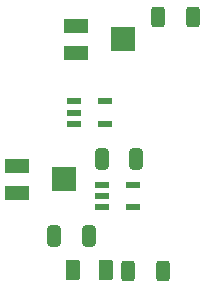
<source format=gbr>
%TF.GenerationSoftware,KiCad,Pcbnew,(6.0.8-1)-1*%
%TF.CreationDate,2023-07-28T17:56:29-05:00*%
%TF.ProjectId,FSR Adaptor,46535220-4164-4617-9074-6f722e6b6963,rev?*%
%TF.SameCoordinates,Original*%
%TF.FileFunction,Paste,Top*%
%TF.FilePolarity,Positive*%
%FSLAX46Y46*%
G04 Gerber Fmt 4.6, Leading zero omitted, Abs format (unit mm)*
G04 Created by KiCad (PCBNEW (6.0.8-1)-1) date 2023-07-28 17:56:29*
%MOMM*%
%LPD*%
G01*
G04 APERTURE LIST*
G04 Aperture macros list*
%AMRoundRect*
0 Rectangle with rounded corners*
0 $1 Rounding radius*
0 $2 $3 $4 $5 $6 $7 $8 $9 X,Y pos of 4 corners*
0 Add a 4 corners polygon primitive as box body*
4,1,4,$2,$3,$4,$5,$6,$7,$8,$9,$2,$3,0*
0 Add four circle primitives for the rounded corners*
1,1,$1+$1,$2,$3*
1,1,$1+$1,$4,$5*
1,1,$1+$1,$6,$7*
1,1,$1+$1,$8,$9*
0 Add four rect primitives between the rounded corners*
20,1,$1+$1,$2,$3,$4,$5,0*
20,1,$1+$1,$4,$5,$6,$7,0*
20,1,$1+$1,$6,$7,$8,$9,0*
20,1,$1+$1,$8,$9,$2,$3,0*%
G04 Aperture macros list end*
%ADD10R,2.000000X1.300000*%
%ADD11R,2.000000X2.000000*%
%ADD12RoundRect,0.250000X0.312500X0.625000X-0.312500X0.625000X-0.312500X-0.625000X0.312500X-0.625000X0*%
%ADD13RoundRect,0.250000X0.325000X0.650000X-0.325000X0.650000X-0.325000X-0.650000X0.325000X-0.650000X0*%
%ADD14R,1.200000X0.600000*%
%ADD15RoundRect,0.250000X-0.375000X-0.625000X0.375000X-0.625000X0.375000X0.625000X-0.375000X0.625000X0*%
%ADD16RoundRect,0.250000X-0.312500X-0.625000X0.312500X-0.625000X0.312500X0.625000X-0.312500X0.625000X0*%
G04 APERTURE END LIST*
D10*
%TO.C,RV1*%
X52374800Y-67012200D03*
D11*
X56374800Y-65862200D03*
D10*
X52374800Y-64712200D03*
%TD*%
D12*
%TO.C,R1*%
X67299300Y-52146200D03*
X64374300Y-52146200D03*
%TD*%
D10*
%TO.C,RV2*%
X57410600Y-55150400D03*
D11*
X61410600Y-54000400D03*
D10*
X57410600Y-52850400D03*
%TD*%
D13*
%TO.C,C1*%
X58498000Y-70637400D03*
X55548000Y-70637400D03*
%TD*%
D14*
%TO.C,U1*%
X57247000Y-59273400D03*
X57247000Y-60223400D03*
X57247000Y-61173400D03*
X59847000Y-61173400D03*
X59847000Y-59273400D03*
%TD*%
D15*
%TO.C,D1*%
X57121600Y-73558400D03*
X59921600Y-73558400D03*
%TD*%
D16*
%TO.C,R2*%
X61808900Y-73609200D03*
X64733900Y-73609200D03*
%TD*%
D13*
%TO.C,C2*%
X62511200Y-64160400D03*
X59561200Y-64160400D03*
%TD*%
D14*
%TO.C,U2*%
X59639200Y-66334600D03*
X59639200Y-67284600D03*
X59639200Y-68234600D03*
X62239200Y-68234600D03*
X62239200Y-66334600D03*
%TD*%
M02*

</source>
